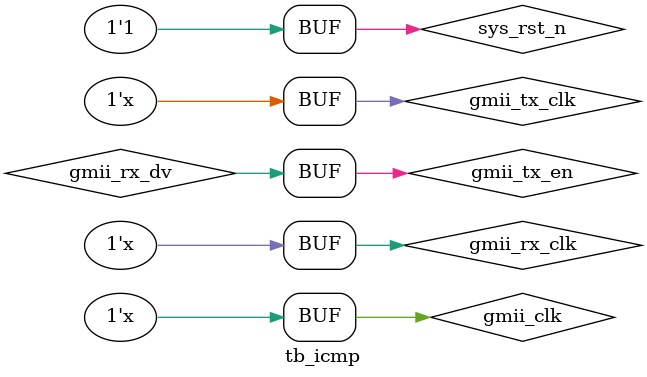
<source format=v>

`timescale  1ns/1ns                     //¶¨Òå·ÂÕæÊ±¼äµ¥Î»1nsºÍ·ÂÕæÊ±¼ä¾«¶ÈÎª1ns

module  tb_icmp;

//parameter  define
parameter  T = 8;                       //Ê±ÖÓÖÜÆÚÎª8ns
parameter  OP_CYCLE = 100;              //²Ù×÷ÖÜÆÚ(·¢ËÍÖÜÆÚ¼ä¸ô)

//¿ª·¢°åMACµØÖ· 00-11-22-33-44-55
parameter  BOARD_MAC = 48'h00_11_22_33_44_55;     
//¿ª·¢°åIPµØÖ· 192.168.1.10     
parameter  BOARD_IP  = {8'd192,8'd168,8'd1,8'd10};
//Ä¿µÄMACµØÖ· ff_ff_ff_ff_ff_ff
parameter  DES_MAC   = 48'hff_ff_ff_ff_ff_ff;
//Ä¿µÄIPµØÖ· 192.168.1.10
parameter  DES_IP    = {8'd192,8'd168,8'd1,8'd10};

defparam u_icmp.u_icmp_tx.ECHO_REPLY = 8'h08;

//reg define
reg           gmii_clk;    //Ê±ÖÓÐÅºÅ
reg           sys_rst_n;   //¸´Î»ÐÅºÅ
reg           tx_start_en;
reg   [31:0]  tx_data    ;
reg   [15:0]  tx_byte_num;
reg   [47:0]  des_mac    ;
reg   [31:0]  des_ip     ;
reg   [3:0]   flow_cnt   ;
reg   [13:0]  delay_cnt  ;

//wire define
wire          gmii_rx_clk; //GMII½ÓÊÕÊ±ÖÓ
wire          gmii_rx_dv ; //GMII½ÓÊÕÊý¾ÝÓÐÐ§ÐÅºÅ
wire  [7:0]   gmii_rxd   ; //GMII½ÓÊÕÊý¾Ý
wire          gmii_tx_clk; //GMII·¢ËÍÊ±ÖÓ
wire          gmii_tx_en ; //GMII·¢ËÍÊý¾ÝÊ¹ÄÜÐÅºÅ
wire  [7:0]   gmii_txd   ; //GMII·¢ËÍÊý¾Ý           
wire          tx_done    ; 
wire          tx_req     ;

//*****************************************************
//**                    main code
//*****************************************************

assign gmii_rx_clk = gmii_clk   ;
assign gmii_tx_clk = gmii_clk   ;
assign gmii_rx_dv  = gmii_tx_en ;
assign gmii_rxd    = gmii_txd   ;

//¸øÊäÈëÐÅºÅ³õÊ¼Öµ
initial begin
    gmii_clk           = 1'b0;
    sys_rst_n          = 1'b0;     //¸´Î»
    #(T+1)  sys_rst_n  = 1'b1;     //ÔÚµÚ(T+1)nsµÄÊ±ºò¸´Î»ÐÅºÅÐÅºÅÀ­¸ß
end

//125MhzµÄÊ±ÖÓ£¬ÖÜÆÚÔòÎª1/125Mhz=8ns,ËùÒÔÃ¿4ns£¬µçÆ½È¡·´Ò»´Î
always #(T/2) gmii_clk = ~gmii_clk;

always @(posedge gmii_clk or negedge sys_rst_n) begin
    if(!sys_rst_n) begin
        tx_start_en <= 1'b0;
        tx_data <= 32'h00_00_00_00_00;
        tx_byte_num <= 1'b0;
        des_mac <= 1'b0;
        des_ip <= 1'b0;
        delay_cnt <= 1'b0;
        flow_cnt <= 1'b0;
    end
    else begin
        case(flow_cnt)
            'd0 : flow_cnt <= flow_cnt + 1'b1;
            'd1 : begin
                tx_start_en <= 1'b1;  //À­¸ß¿ªÊ¼·¢ËÍÊ¹ÄÜÐÅºÅ
                tx_byte_num <= 16'd20;//ÉèÖÃ·¢ËÍµÄ×Ö½ÚÊý
                flow_cnt <= flow_cnt + 1'b1;
            end
            'd2 : begin 
                tx_start_en <= 1'b0;
                flow_cnt <= flow_cnt + 1'b1;
            end    
            'd3 : begin
                if(tx_req)
                    tx_data <= tx_data + 1;
                if(tx_done) begin
                    flow_cnt <= flow_cnt + 1'b1;
                    tx_data <= 32'h0;
                end    
            end
            'd4 : begin
                delay_cnt <= delay_cnt + 1'b1;
                if(delay_cnt == OP_CYCLE - 1'b1)
                    flow_cnt <= flow_cnt + 1'b1;
            end
            'd5 : begin
                tx_start_en <= 1'b1;  //À­¸ß¿ªÊ¼·¢ËÍÊ¹ÄÜÐÅºÅ
                tx_byte_num <= 16'd28;//ÉèÖÃ·¢ËÍµÄ×Ö½ÚÊý
                flow_cnt <= flow_cnt + 1'b1;               
            end
            'd6 : begin 
                tx_start_en <= 1'b0;
                flow_cnt <= flow_cnt + 1'b1;
            end 
            'd7 : begin
                if(tx_req)
                    tx_data <= tx_data + 1;
                if(tx_done) begin
                    flow_cnt <= flow_cnt + 1'b1;
                    tx_data <= 32'h0;
                end  
            end
            default:;
        endcase    
    end
end

//Àý»¯ICMPÄ£¿é
icmp
   #(
    .BOARD_MAC     (BOARD_MAC),      //²ÎÊýÀý»¯
    .BOARD_IP      (BOARD_IP ),
    .DES_MAC       (DES_MAC  ),
    .DES_IP        (DES_IP   )
    )
   u_icmp(
    .rst_n         (sys_rst_n   ),
    
    .gmii_rx_clk   (gmii_rx_clk ),
    .gmii_rx_dv    (gmii_rx_dv  ),
    .gmii_rxd      (gmii_rxd    ),
    .gmii_tx_clk   (gmii_tx_clk ),
    .gmii_tx_en    (gmii_tx_en),
    .gmii_txd      (gmii_txd  ),
   
    .rec_pkt_done  (),
    .rec_en        (),
    .rec_data      (),
    .rec_byte_num  (),
    .tx_start_en   (tx_start_en ),
    .tx_data       (tx_data     ),
    .tx_byte_num   (tx_byte_num ),
    .des_mac       (des_mac     ),
    .des_ip        (des_ip      ),
    .tx_done       (tx_done     ),
    .tx_req        (tx_req      )
    ); 

endmodule

</source>
